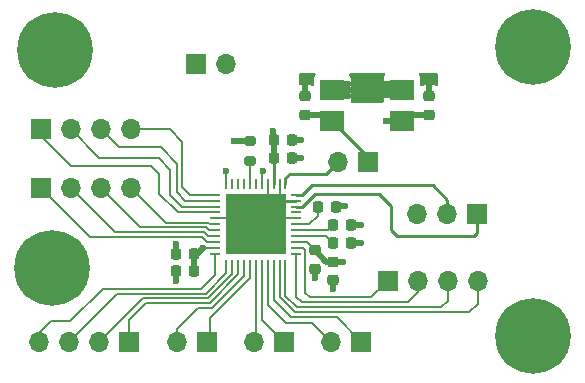
<source format=gbr>
%TF.GenerationSoftware,KiCad,Pcbnew,(6.0.0)*%
%TF.CreationDate,2022-03-17T17:23:03-06:00*%
%TF.ProjectId,FPAA_Starter_Board,46504141-5f53-4746-9172-7465725f426f,rev?*%
%TF.SameCoordinates,Original*%
%TF.FileFunction,Copper,L1,Top*%
%TF.FilePolarity,Positive*%
%FSLAX46Y46*%
G04 Gerber Fmt 4.6, Leading zero omitted, Abs format (unit mm)*
G04 Created by KiCad (PCBNEW (6.0.0)) date 2022-03-17 17:23:03*
%MOMM*%
%LPD*%
G01*
G04 APERTURE LIST*
G04 Aperture macros list*
%AMRoundRect*
0 Rectangle with rounded corners*
0 $1 Rounding radius*
0 $2 $3 $4 $5 $6 $7 $8 $9 X,Y pos of 4 corners*
0 Add a 4 corners polygon primitive as box body*
4,1,4,$2,$3,$4,$5,$6,$7,$8,$9,$2,$3,0*
0 Add four circle primitives for the rounded corners*
1,1,$1+$1,$2,$3*
1,1,$1+$1,$4,$5*
1,1,$1+$1,$6,$7*
1,1,$1+$1,$8,$9*
0 Add four rect primitives between the rounded corners*
20,1,$1+$1,$2,$3,$4,$5,0*
20,1,$1+$1,$4,$5,$6,$7,0*
20,1,$1+$1,$6,$7,$8,$9,0*
20,1,$1+$1,$8,$9,$2,$3,0*%
G04 Aperture macros list end*
%TA.AperFunction,SMDPad,CuDef*%
%ADD10RoundRect,0.225000X-0.225000X-0.250000X0.225000X-0.250000X0.225000X0.250000X-0.225000X0.250000X0*%
%TD*%
%TA.AperFunction,ComponentPad*%
%ADD11R,1.700000X1.700000*%
%TD*%
%TA.AperFunction,ComponentPad*%
%ADD12O,1.700000X1.700000*%
%TD*%
%TA.AperFunction,ComponentPad*%
%ADD13C,0.800000*%
%TD*%
%TA.AperFunction,ComponentPad*%
%ADD14C,6.400000*%
%TD*%
%TA.AperFunction,SMDPad,CuDef*%
%ADD15RoundRect,0.225000X-0.250000X0.225000X-0.250000X-0.225000X0.250000X-0.225000X0.250000X0.225000X0*%
%TD*%
%TA.AperFunction,SMDPad,CuDef*%
%ADD16RoundRect,0.225000X0.225000X0.250000X-0.225000X0.250000X-0.225000X-0.250000X0.225000X-0.250000X0*%
%TD*%
%TA.AperFunction,SMDPad,CuDef*%
%ADD17RoundRect,0.225000X0.250000X-0.225000X0.250000X0.225000X-0.250000X0.225000X-0.250000X-0.225000X0*%
%TD*%
%TA.AperFunction,SMDPad,CuDef*%
%ADD18R,2.100000X1.700000*%
%TD*%
%TA.AperFunction,SMDPad,CuDef*%
%ADD19RoundRect,0.200000X-0.275000X0.200000X-0.275000X-0.200000X0.275000X-0.200000X0.275000X0.200000X0*%
%TD*%
%TA.AperFunction,SMDPad,CuDef*%
%ADD20RoundRect,0.062500X-0.375000X-0.062500X0.375000X-0.062500X0.375000X0.062500X-0.375000X0.062500X0*%
%TD*%
%TA.AperFunction,SMDPad,CuDef*%
%ADD21RoundRect,0.062500X-0.062500X-0.375000X0.062500X-0.375000X0.062500X0.375000X-0.062500X0.375000X0*%
%TD*%
%TA.AperFunction,SMDPad,CuDef*%
%ADD22R,5.150000X5.150000*%
%TD*%
%TA.AperFunction,ViaPad*%
%ADD23C,0.600000*%
%TD*%
%TA.AperFunction,Conductor*%
%ADD24C,0.254000*%
%TD*%
%TA.AperFunction,Conductor*%
%ADD25C,0.203200*%
%TD*%
%TA.AperFunction,Conductor*%
%ADD26C,0.508000*%
%TD*%
G04 APERTURE END LIST*
D10*
%TO.P,C1,1*%
%TO.N,/VREFN*%
X128275000Y-106550000D03*
%TO.P,C1,2*%
%TO.N,GND*%
X129825000Y-106550000D03*
%TD*%
D11*
%TO.P,J10,1,Pin_1*%
%TO.N,Net-(C11-Pad1)*%
X132500000Y-102750000D03*
D12*
%TO.P,J10,2,Pin_2*%
%TO.N,/ACLK*%
X129960000Y-102750000D03*
%TD*%
D13*
%TO.P,H3,1,1*%
%TO.N,unconnected-(H3-Pad1)*%
X148197056Y-91302944D03*
X144802944Y-94697056D03*
D14*
X146500000Y-93000000D03*
D13*
X144802944Y-91302944D03*
X146500000Y-90600000D03*
X148197056Y-94697056D03*
X144100000Y-93000000D03*
X148900000Y-93000000D03*
X146500000Y-95400000D03*
%TD*%
D15*
%TO.P,C8,1*%
%TO.N,+3V3*%
X128050000Y-110250000D03*
%TO.P,C8,2*%
%TO.N,GND*%
X128050000Y-111800000D03*
%TD*%
D11*
%TO.P,J4,1,Pin_1*%
%TO.N,/I2P*%
X104880000Y-105000000D03*
D12*
%TO.P,J4,2,Pin_2*%
%TO.N,/I2N*%
X107420000Y-105000000D03*
%TO.P,J4,3,Pin_3*%
%TO.N,/O2N*%
X109960000Y-105000000D03*
%TO.P,J4,4,Pin_4*%
%TO.N,/O2P*%
X112500000Y-105000000D03*
%TD*%
D13*
%TO.P,H2,1,1*%
%TO.N,unconnected-(H2-Pad1)*%
X103600000Y-93250000D03*
X104302944Y-94947056D03*
X106000000Y-95650000D03*
X107697056Y-91552944D03*
X107697056Y-94947056D03*
X106000000Y-90850000D03*
D14*
X106000000Y-93250000D03*
D13*
X104302944Y-91552944D03*
X108400000Y-93250000D03*
%TD*%
D11*
%TO.P,J5,1,Pin_1*%
%TO.N,/IO5N*%
X118860000Y-118010000D03*
D12*
%TO.P,J5,2,Pin_2*%
%TO.N,/IO5P*%
X116320000Y-118010000D03*
%TD*%
D11*
%TO.P,J1,1,Pin_1*%
%TO.N,GND*%
X117960000Y-94500000D03*
D12*
%TO.P,J1,2,Pin_2*%
%TO.N,+3V3*%
X120500000Y-94500000D03*
%TD*%
D10*
%TO.P,C3,1*%
%TO.N,/VREFP*%
X129575000Y-109625000D03*
%TO.P,C3,2*%
%TO.N,GND*%
X131125000Y-109625000D03*
%TD*%
D13*
%TO.P,H4,1,1*%
%TO.N,unconnected-(H4-Pad1)*%
X148900000Y-117500000D03*
X146500000Y-115100000D03*
D14*
X146500000Y-117500000D03*
D13*
X144802944Y-119197056D03*
X146500000Y-119900000D03*
X144802944Y-115802944D03*
X148197056Y-115802944D03*
X144100000Y-117500000D03*
X148197056Y-119197056D03*
%TD*%
D11*
%TO.P,J9,1,Pin_1*%
%TO.N,/IO7N*%
X131950000Y-118010000D03*
D12*
%TO.P,J9,2,Pin_2*%
%TO.N,/IO7P*%
X129410000Y-118010000D03*
%TD*%
D11*
%TO.P,J7,1,Pin_1*%
%TO.N,/O3P*%
X112300000Y-118000000D03*
D12*
%TO.P,J7,2,Pin_2*%
%TO.N,/O3N*%
X109760000Y-118000000D03*
%TO.P,J7,3,Pin_3*%
%TO.N,/I3N*%
X107220000Y-118000000D03*
%TO.P,J7,4,Pin_4*%
%TO.N,/I3P*%
X104680000Y-118000000D03*
%TD*%
D11*
%TO.P,J2,1,Pin_1*%
%TO.N,/SELb*%
X141750000Y-107200000D03*
D12*
%TO.P,J2,2,Pin_2*%
%TO.N,/SCLK*%
X139210000Y-107200000D03*
%TO.P,J2,3,Pin_3*%
%TO.N,/MOSI*%
X136670000Y-107200000D03*
%TD*%
D15*
%TO.P,C9,1*%
%TO.N,+3V3*%
X129575000Y-111200000D03*
%TO.P,C9,2*%
%TO.N,GND*%
X129575000Y-112750000D03*
%TD*%
D16*
%TO.P,C7,1*%
%TO.N,+3V3*%
X117800000Y-112010000D03*
%TO.P,C7,2*%
%TO.N,GND*%
X116250000Y-112010000D03*
%TD*%
D10*
%TO.P,C4,1*%
%TO.N,+3V3*%
X124535000Y-102460000D03*
%TO.P,C4,2*%
%TO.N,GND*%
X126085000Y-102460000D03*
%TD*%
D16*
%TO.P,C6,1*%
%TO.N,+3V3*%
X117800000Y-110510000D03*
%TO.P,C6,2*%
%TO.N,GND*%
X116250000Y-110510000D03*
%TD*%
D10*
%TO.P,C5,1*%
%TO.N,+3V3*%
X124535000Y-100910000D03*
%TO.P,C5,2*%
%TO.N,GND*%
X126085000Y-100910000D03*
%TD*%
D17*
%TO.P,C10,1*%
%TO.N,+3V3*%
X137700000Y-98750000D03*
%TO.P,C10,2*%
%TO.N,GND*%
X137700000Y-97200000D03*
%TD*%
D18*
%TO.P,Y1,1,1*%
%TO.N,GND*%
X135400000Y-96625000D03*
%TO.P,Y1,2,2*%
X129500000Y-96625000D03*
%TO.P,Y1,3,3*%
%TO.N,Net-(C11-Pad1)*%
X129500000Y-99325000D03*
%TO.P,Y1,4,4*%
%TO.N,+3V3*%
X135400000Y-99325000D03*
%TD*%
D10*
%TO.P,C2,1*%
%TO.N,/VMR*%
X129575000Y-108100000D03*
%TO.P,C2,2*%
%TO.N,GND*%
X131125000Y-108100000D03*
%TD*%
D19*
%TO.P,R1,1*%
%TO.N,+3V3*%
X122500000Y-101000000D03*
%TO.P,R1,2*%
%TO.N,Net-(R1-Pad2)*%
X122500000Y-102650000D03*
%TD*%
D17*
%TO.P,C11,1*%
%TO.N,Net-(C11-Pad1)*%
X127200000Y-98750000D03*
%TO.P,C11,2*%
%TO.N,GND*%
X127200000Y-97200000D03*
%TD*%
D11*
%TO.P,J8,1,Pin_1*%
%TO.N,/I4P*%
X134200000Y-112800000D03*
D12*
%TO.P,J8,2,Pin_2*%
%TO.N,/I4N*%
X136740000Y-112800000D03*
%TO.P,J8,3,Pin_3*%
%TO.N,/O4N*%
X139280000Y-112800000D03*
%TO.P,J8,4,Pin_4*%
%TO.N,/O4P*%
X141820000Y-112800000D03*
%TD*%
D14*
%TO.P,H1,1,1*%
%TO.N,unconnected-(H1-Pad1)*%
X105750000Y-111750000D03*
D13*
X105750000Y-114150000D03*
X104052944Y-110052944D03*
X107447056Y-113447056D03*
X103350000Y-111750000D03*
X105750000Y-109350000D03*
X108150000Y-111750000D03*
X107447056Y-110052944D03*
X104052944Y-113447056D03*
%TD*%
D11*
%TO.P,J6,1,Pin_1*%
%TO.N,/IO6N*%
X125390000Y-118020000D03*
D12*
%TO.P,J6,2,Pin_2*%
%TO.N,/IO6P*%
X122850000Y-118020000D03*
%TD*%
D20*
%TO.P,U1,1,I1P*%
%TO.N,/I1P*%
X119597500Y-105535000D03*
%TO.P,U1,2,I1N*%
%TO.N,/I1N*%
X119597500Y-106035000D03*
%TO.P,U1,3,O1N*%
%TO.N,/O1N*%
X119597500Y-106535000D03*
%TO.P,U1,4,O1P*%
%TO.N,/O1P*%
X119597500Y-107035000D03*
%TO.P,U1,5,AVSS*%
%TO.N,GND*%
X119597500Y-107535000D03*
%TO.P,U1,6,O2P*%
%TO.N,/O2P*%
X119597500Y-108035000D03*
%TO.P,U1,7,O2N*%
%TO.N,/O2N*%
X119597500Y-108535000D03*
%TO.P,U1,8,I2N*%
%TO.N,/I2N*%
X119597500Y-109035000D03*
%TO.P,U1,9,I2P*%
%TO.N,/I2P*%
X119597500Y-109535000D03*
%TO.P,U1,10,AVDD*%
%TO.N,+3V3*%
X119597500Y-110035000D03*
%TO.P,U1,11,I3P*%
%TO.N,/I3P*%
X119597500Y-110535000D03*
D21*
%TO.P,U1,12,I3N*%
%TO.N,/I3N*%
X120535000Y-111472500D03*
%TO.P,U1,13,O3N*%
%TO.N,/O3N*%
X121035000Y-111472500D03*
%TO.P,U1,14,O3P*%
%TO.N,/O3P*%
X121535000Y-111472500D03*
%TO.P,U1,15,IO5P*%
%TO.N,/IO5P*%
X122035000Y-111472500D03*
%TO.P,U1,16,IO5N*%
%TO.N,/IO5N*%
X122535000Y-111472500D03*
%TO.P,U1,17,IO6P*%
%TO.N,/IO6P*%
X123035000Y-111472500D03*
%TO.P,U1,18,IO6N*%
%TO.N,/IO6N*%
X123535000Y-111472500D03*
%TO.P,U1,19,IO7P*%
%TO.N,/IO7P*%
X124035000Y-111472500D03*
%TO.P,U1,20,IO7N*%
%TO.N,/IO7N*%
X124535000Y-111472500D03*
%TO.P,U1,21,O4P*%
%TO.N,/O4P*%
X125035000Y-111472500D03*
%TO.P,U1,22,O4N*%
%TO.N,/O4N*%
X125535000Y-111472500D03*
D20*
%TO.P,U1,23,I4N*%
%TO.N,/I4N*%
X126472500Y-110535000D03*
%TO.P,U1,24,I4P*%
%TO.N,/I4P*%
X126472500Y-110035000D03*
%TO.P,U1,25,BVDD*%
%TO.N,+3V3*%
X126472500Y-109535000D03*
%TO.P,U1,26,VREFP*%
%TO.N,/VREFP*%
X126472500Y-109035000D03*
%TO.P,U1,27,VMR*%
%TO.N,/VMR*%
X126472500Y-108535000D03*
%TO.P,U1,28,VREFN*%
%TO.N,/VREFN*%
X126472500Y-108035000D03*
%TO.P,U1,29,BVSS*%
%TO.N,GND*%
X126472500Y-107535000D03*
%TO.P,U1,30,CFGFLGGb*%
%TO.N,unconnected-(U1-Pad30)*%
X126472500Y-107035000D03*
%TO.P,U1,31,CS2b*%
%TO.N,/SELb*%
X126472500Y-106535000D03*
%TO.P,U1,32,CS1b*%
%TO.N,GND*%
X126472500Y-106035000D03*
%TO.P,U1,33,SCLK*%
%TO.N,/SCLK*%
X126472500Y-105535000D03*
D21*
%TO.P,U1,34,ACLK*%
%TO.N,/ACLK*%
X125535000Y-104597500D03*
%TO.P,U1,35,MODE*%
%TO.N,GND*%
X125035000Y-104597500D03*
%TO.P,U1,36,DVDD*%
%TO.N,+3V3*%
X124535000Y-104597500D03*
%TO.P,U1,37,DVSS*%
%TO.N,GND*%
X124035000Y-104597500D03*
%TO.P,U1,38,SI*%
%TO.N,/MOSI*%
X123535000Y-104597500D03*
%TO.P,U1,39,LCCb*%
%TO.N,unconnected-(U1-Pad39)*%
X123035000Y-104597500D03*
%TO.P,U1,40,ERRb*%
%TO.N,Net-(R1-Pad2)*%
X122535000Y-104597500D03*
%TO.P,U1,41,ACTIVATE*%
%TO.N,unconnected-(U1-Pad41)*%
X122035000Y-104597500D03*
%TO.P,U1,42,MEMCLK*%
%TO.N,unconnected-(U1-Pad42)*%
X121535000Y-104597500D03*
%TO.P,U1,43,SO*%
%TO.N,unconnected-(U1-Pad43)*%
X121035000Y-104597500D03*
%TO.P,U1,44,RESETb*%
%TO.N,+3V3*%
X120535000Y-104597500D03*
D22*
%TO.P,U1,45,GND*%
%TO.N,GND*%
X123035000Y-108035000D03*
%TD*%
D11*
%TO.P,J3,1,Pin_1*%
%TO.N,/O1P*%
X104830000Y-100000000D03*
D12*
%TO.P,J3,2,Pin_2*%
%TO.N,/O1N*%
X107370000Y-100000000D03*
%TO.P,J3,3,Pin_3*%
%TO.N,/I1N*%
X109910000Y-100000000D03*
%TO.P,J3,4,Pin_4*%
%TO.N,/I1P*%
X112450000Y-100000000D03*
%TD*%
D23*
%TO.N,GND*%
X125275000Y-107525000D03*
X125260000Y-106035000D03*
X116275000Y-109710000D03*
X129575000Y-113525000D03*
X116240000Y-112800000D03*
X134025000Y-96200000D03*
X124050000Y-105775000D03*
X131925000Y-109625000D03*
X130875000Y-96200000D03*
X130875000Y-97150000D03*
X127225000Y-96425000D03*
X126860000Y-100910000D03*
X134025000Y-97050000D03*
X130600000Y-106525000D03*
X131900000Y-108100000D03*
X120825000Y-107525000D03*
X137700000Y-96425000D03*
X126860000Y-102460000D03*
X128050000Y-112575000D03*
%TO.N,+3V3*%
X130375000Y-111200000D03*
X121200000Y-101000000D03*
X124525000Y-100100000D03*
X134025000Y-99325000D03*
X118560000Y-110030000D03*
X120525000Y-103550000D03*
%TO.N,/MOSI*%
X123620000Y-103520000D03*
%TD*%
D24*
%TO.N,/SELb*%
X141750000Y-108750000D02*
X141750000Y-107200000D01*
X135000000Y-109000000D02*
X141500000Y-109000000D01*
X134500000Y-108500000D02*
X135000000Y-109000000D01*
X141500000Y-109000000D02*
X141750000Y-108750000D01*
X134500000Y-106500000D02*
X134500000Y-108500000D01*
X133500000Y-105500000D02*
X134500000Y-106500000D01*
X128000000Y-105500000D02*
X133500000Y-105500000D01*
X126965000Y-106535000D02*
X128000000Y-105500000D01*
X126472500Y-106535000D02*
X126965000Y-106535000D01*
%TO.N,/SCLK*%
X139210000Y-105960000D02*
X139210000Y-107200000D01*
X138000000Y-104750000D02*
X139210000Y-105960000D01*
X127750000Y-104750000D02*
X138000000Y-104750000D01*
X126965000Y-105535000D02*
X127750000Y-104750000D01*
X126472500Y-105535000D02*
X126965000Y-105535000D01*
%TO.N,Net-(C11-Pad1)*%
X132500000Y-102325000D02*
X129500000Y-99325000D01*
X132500000Y-102750000D02*
X132500000Y-102325000D01*
%TO.N,/ACLK*%
X128960000Y-103750000D02*
X129960000Y-102750000D01*
X125900000Y-103750000D02*
X128960000Y-103750000D01*
D25*
%TO.N,/VREFN*%
X128275000Y-107300000D02*
X128275000Y-106550000D01*
X127540000Y-108035000D02*
X128275000Y-107300000D01*
X126472500Y-108035000D02*
X127540000Y-108035000D01*
D26*
%TO.N,GND*%
X130025000Y-97150000D02*
X129500000Y-96625000D01*
D25*
X125035000Y-104597500D02*
X125035000Y-105810000D01*
D26*
X128050000Y-112575000D02*
X128050000Y-111800000D01*
X134975000Y-97050000D02*
X135387500Y-96637500D01*
X116240000Y-112800000D02*
X116240000Y-112020000D01*
X131125000Y-109625000D02*
X131925000Y-109625000D01*
X131125000Y-108100000D02*
X131900000Y-108100000D01*
D25*
X120815000Y-107535000D02*
X120825000Y-107525000D01*
D26*
X127225000Y-97175000D02*
X127200000Y-97200000D01*
D24*
X126472500Y-106035000D02*
X125260000Y-106035000D01*
D26*
X116275000Y-110485000D02*
X116250000Y-110510000D01*
D25*
X124035000Y-104597500D02*
X124035000Y-105760000D01*
D26*
X134025000Y-96200000D02*
X134975000Y-96200000D01*
X130875000Y-97150000D02*
X130025000Y-97150000D01*
X126085000Y-100910000D02*
X126860000Y-100910000D01*
X126085000Y-102460000D02*
X126860000Y-102460000D01*
X134025000Y-97050000D02*
X134975000Y-97050000D01*
D25*
X125285000Y-107535000D02*
X125275000Y-107525000D01*
D26*
X116275000Y-109710000D02*
X116275000Y-110485000D01*
X130875000Y-96200000D02*
X129925000Y-96200000D01*
D25*
X125035000Y-105810000D02*
X125260000Y-106035000D01*
D26*
X129850000Y-106525000D02*
X130600000Y-106525000D01*
X137700000Y-97200000D02*
X137700000Y-96425000D01*
D25*
X126472500Y-107535000D02*
X125285000Y-107535000D01*
D26*
X129825000Y-106550000D02*
X129850000Y-106525000D01*
D24*
X124310000Y-105935000D02*
X124035000Y-105660000D01*
D25*
X124035000Y-105760000D02*
X124050000Y-105775000D01*
D26*
X129575000Y-112750000D02*
X129575000Y-113525000D01*
X135387500Y-96637500D02*
X135400000Y-96625000D01*
D25*
X119597500Y-107535000D02*
X120815000Y-107535000D01*
D26*
X116240000Y-112020000D02*
X116250000Y-112010000D01*
X134975000Y-96200000D02*
X135400000Y-96625000D01*
X129500000Y-96625000D02*
X129950000Y-96175000D01*
X127225000Y-96425000D02*
X127225000Y-97175000D01*
D25*
%TO.N,/VMR*%
X129140000Y-108535000D02*
X129575000Y-108100000D01*
X126472500Y-108535000D02*
X129140000Y-108535000D01*
%TO.N,/VREFP*%
X128985000Y-109035000D02*
X129575000Y-109625000D01*
X126472500Y-109035000D02*
X128985000Y-109035000D01*
D26*
%TO.N,+3V3*%
X117800000Y-112010000D02*
X117800000Y-110510000D01*
D25*
X119597500Y-110035000D02*
X118565000Y-110035000D01*
D26*
X117800000Y-110510000D02*
X118080000Y-110510000D01*
D25*
X118565000Y-110035000D02*
X118560000Y-110030000D01*
D26*
X121200000Y-101000000D02*
X122500000Y-101000000D01*
X135400000Y-99325000D02*
X134025000Y-99325000D01*
X124525000Y-100900000D02*
X124535000Y-100910000D01*
D25*
X126472500Y-109535000D02*
X127335000Y-109535000D01*
D26*
X124535000Y-100910000D02*
X124535000Y-102460000D01*
D25*
X120535000Y-103560000D02*
X120525000Y-103550000D01*
D26*
X137700000Y-98750000D02*
X135975000Y-98750000D01*
D25*
X127335000Y-109535000D02*
X128050000Y-110250000D01*
D24*
X124535000Y-104597500D02*
X124535000Y-102460000D01*
D26*
X130375000Y-111200000D02*
X129575000Y-111200000D01*
X124525000Y-100100000D02*
X124525000Y-100900000D01*
X118080000Y-110510000D02*
X118560000Y-110030000D01*
D25*
X120535000Y-104597500D02*
X120535000Y-103560000D01*
D26*
X129000000Y-111200000D02*
X128050000Y-110250000D01*
X129575000Y-111200000D02*
X129000000Y-111200000D01*
X135975000Y-98750000D02*
X135400000Y-99325000D01*
D25*
%TO.N,/MOSI*%
X123535000Y-103605000D02*
X123620000Y-103520000D01*
X123535000Y-104597500D02*
X123535000Y-103605000D01*
%TO.N,/O1P*%
X119597500Y-107035000D02*
X116425000Y-107035000D01*
X116425000Y-107035000D02*
X114850000Y-105460000D01*
X114125000Y-103075000D02*
X107350000Y-103075000D01*
X107350000Y-103075000D02*
X104830000Y-100555000D01*
X104830000Y-100555000D02*
X104830000Y-100000000D01*
X114850000Y-105460000D02*
X114850000Y-103800000D01*
X114850000Y-103800000D02*
X114125000Y-103075000D01*
%TO.N,/O1N*%
X119597500Y-106535000D02*
X116755000Y-106535000D01*
X114800000Y-102400000D02*
X109770000Y-102400000D01*
X115800000Y-103400000D02*
X114800000Y-102400000D01*
X116755000Y-106535000D02*
X115800000Y-105580000D01*
X115800000Y-105580000D02*
X115800000Y-103400000D01*
X109770000Y-102400000D02*
X107370000Y-100000000D01*
%TO.N,/I1N*%
X116350000Y-102900000D02*
X114975000Y-101525000D01*
X117065000Y-106035000D02*
X116350000Y-105320000D01*
X119597500Y-106035000D02*
X117065000Y-106035000D01*
X111435000Y-101525000D02*
X109910000Y-100000000D01*
X116350000Y-105320000D02*
X116350000Y-102900000D01*
X114975000Y-101525000D02*
X111435000Y-101525000D01*
%TO.N,/I1P*%
X117475000Y-105535000D02*
X116810000Y-104870000D01*
X115725000Y-100000000D02*
X112450000Y-100000000D01*
X116810000Y-101085000D02*
X115725000Y-100000000D01*
X119597500Y-105535000D02*
X117475000Y-105535000D01*
X116810000Y-104870000D02*
X116810000Y-101085000D01*
%TO.N,/I2P*%
X115570000Y-109110000D02*
X108990000Y-109110000D01*
X115571111Y-109108889D02*
X115570000Y-109110000D01*
X119597500Y-109535000D02*
X118915100Y-109535000D01*
X118915100Y-109535000D02*
X118488989Y-109108889D01*
X118488989Y-109108889D02*
X115571111Y-109108889D01*
X108990000Y-109110000D02*
X104880000Y-105000000D01*
%TO.N,/I2N*%
X118984632Y-109035000D02*
X118655801Y-108706169D01*
X111126169Y-108706169D02*
X107420000Y-105000000D01*
X118655801Y-108706169D02*
X111126169Y-108706169D01*
X119597500Y-109035000D02*
X118984632Y-109035000D01*
%TO.N,/O2N*%
X113263449Y-108303449D02*
X109960000Y-105000000D01*
X119597500Y-108535000D02*
X119054164Y-108535000D01*
X118822613Y-108303449D02*
X113263449Y-108303449D01*
X119054164Y-108535000D02*
X118822613Y-108303449D01*
%TO.N,/O2P*%
X118989425Y-107900729D02*
X115400729Y-107900729D01*
X119597500Y-108035000D02*
X119123696Y-108035000D01*
X115400729Y-107900729D02*
X112500000Y-105000000D01*
X119123696Y-108035000D02*
X118989425Y-107900729D01*
%TO.N,/IO5N*%
X119150000Y-117720000D02*
X118860000Y-118010000D01*
X122535000Y-112590000D02*
X119150000Y-115975000D01*
X122535000Y-111472500D02*
X122535000Y-112590000D01*
X119150000Y-115975000D02*
X119150000Y-117720000D01*
%TO.N,/IO5P*%
X122035000Y-112440000D02*
X122035000Y-111472500D01*
X116320000Y-118010000D02*
X116320000Y-116905000D01*
X118100000Y-115125000D02*
X119350000Y-115125000D01*
X119350000Y-115125000D02*
X122035000Y-112440000D01*
X116320000Y-116905000D02*
X118100000Y-115125000D01*
%TO.N,/IO6N*%
X123535000Y-116165000D02*
X125390000Y-118020000D01*
X123535000Y-111472500D02*
X123535000Y-116165000D01*
%TO.N,/IO6P*%
X123035000Y-111472500D02*
X123035000Y-117835000D01*
X123035000Y-117835000D02*
X122850000Y-118020000D01*
%TO.N,/O3P*%
X112300000Y-116140000D02*
X112300000Y-118000000D01*
X121535000Y-112284532D02*
X119111399Y-114708133D01*
X119111399Y-114708133D02*
X113731867Y-114708133D01*
X113731867Y-114708133D02*
X112300000Y-116140000D01*
X121535000Y-111472500D02*
X121535000Y-112284532D01*
%TO.N,/O3N*%
X118944578Y-114305422D02*
X121035000Y-112215000D01*
X113454578Y-114305422D02*
X118944578Y-114305422D01*
X109760000Y-118000000D02*
X113454578Y-114305422D01*
X121035000Y-112215000D02*
X121035000Y-111472500D01*
%TO.N,/I3N*%
X120535000Y-112145468D02*
X120535000Y-111472500D01*
X118777757Y-113902711D02*
X120535000Y-112145468D01*
X107220000Y-118000000D02*
X111317289Y-113902711D01*
X111317289Y-113902711D02*
X118777757Y-113902711D01*
%TO.N,/I3P*%
X119597500Y-112302500D02*
X118400000Y-113500000D01*
X105650000Y-116250000D02*
X104680000Y-117220000D01*
X118400000Y-113500000D02*
X110075000Y-113500000D01*
X119597500Y-110535000D02*
X119597500Y-112302500D01*
X110075000Y-113500000D02*
X107325000Y-116250000D01*
X104680000Y-117220000D02*
X104680000Y-118000000D01*
X107325000Y-116250000D02*
X105650000Y-116250000D01*
%TO.N,/I4P*%
X127010000Y-110035000D02*
X127225000Y-110250000D01*
X127600000Y-114225000D02*
X132775000Y-114225000D01*
X127225000Y-110250000D02*
X127225000Y-113850000D01*
X127225000Y-113850000D02*
X127600000Y-114225000D01*
X132775000Y-114225000D02*
X134200000Y-112800000D01*
X126472500Y-110035000D02*
X127010000Y-110035000D01*
%TO.N,/I4N*%
X126472500Y-114172500D02*
X126950000Y-114650000D01*
X135900000Y-114650000D02*
X136740000Y-113810000D01*
X126950000Y-114650000D02*
X135900000Y-114650000D01*
X136740000Y-113810000D02*
X136740000Y-112800000D01*
X126472500Y-110535000D02*
X126472500Y-114172500D01*
%TO.N,/O4N*%
X139280000Y-114545000D02*
X139280000Y-112800000D01*
X125535000Y-114085000D02*
X126525000Y-115075000D01*
X125535000Y-111472500D02*
X125535000Y-114085000D01*
X126525000Y-115075000D02*
X138750000Y-115075000D01*
X138750000Y-115075000D02*
X139280000Y-114545000D01*
%TO.N,/O4P*%
X125035000Y-111472500D02*
X125035000Y-114160000D01*
X126375000Y-115500000D02*
X141100000Y-115500000D01*
X125035000Y-114160000D02*
X126375000Y-115500000D01*
X141100000Y-115500000D02*
X141820000Y-114780000D01*
X141820000Y-114780000D02*
X141820000Y-112800000D01*
%TO.N,/IO7N*%
X129865000Y-115925000D02*
X131950000Y-118010000D01*
X124535000Y-114435000D02*
X126025000Y-115925000D01*
X126025000Y-115925000D02*
X129865000Y-115925000D01*
X124535000Y-111472500D02*
X124535000Y-114435000D01*
%TO.N,/IO7P*%
X124035000Y-114860000D02*
X125600000Y-116425000D01*
X125600000Y-116425000D02*
X127825000Y-116425000D01*
X127825000Y-116425000D02*
X129410000Y-118010000D01*
X124035000Y-111472500D02*
X124035000Y-114860000D01*
%TO.N,Net-(R1-Pad2)*%
X122535000Y-102685000D02*
X122500000Y-102650000D01*
X122535000Y-104597500D02*
X122535000Y-102685000D01*
D24*
%TO.N,/ACLK*%
X125535000Y-104115000D02*
X125900000Y-103750000D01*
D26*
%TO.N,Net-(C11-Pad1)*%
X128925000Y-98750000D02*
X129500000Y-99325000D01*
D24*
%TO.N,/ACLK*%
X125535000Y-104597500D02*
X125535000Y-104115000D01*
D26*
%TO.N,Net-(C11-Pad1)*%
X127200000Y-98750000D02*
X128925000Y-98750000D01*
%TD*%
%TA.AperFunction,Conductor*%
%TO.N,GND*%
G36*
X133943547Y-95245002D02*
G01*
X133990040Y-95298658D01*
X134000144Y-95368932D01*
X133976252Y-95426565D01*
X133905214Y-95521351D01*
X133896676Y-95536946D01*
X133851522Y-95657394D01*
X133847895Y-95672649D01*
X133842369Y-95723514D01*
X133842000Y-95730328D01*
X133842000Y-96352885D01*
X133846475Y-96368124D01*
X133847865Y-96369329D01*
X133855548Y-96371000D01*
X135528000Y-96371000D01*
X135596121Y-96391002D01*
X135642614Y-96444658D01*
X135654000Y-96497000D01*
X135654000Y-96753000D01*
X135633998Y-96821121D01*
X135580342Y-96867614D01*
X135528000Y-96879000D01*
X133860116Y-96879000D01*
X133844877Y-96883475D01*
X133843672Y-96884865D01*
X133842001Y-96892548D01*
X133842001Y-97519669D01*
X133842371Y-97526490D01*
X133848748Y-97585207D01*
X133845262Y-97585586D01*
X133842474Y-97640574D01*
X133801115Y-97698280D01*
X133735123Y-97724466D01*
X133723530Y-97725000D01*
X131176471Y-97725000D01*
X131108350Y-97704998D01*
X131061857Y-97651342D01*
X131052365Y-97585328D01*
X131051252Y-97585207D01*
X131057631Y-97526486D01*
X131058000Y-97519672D01*
X131058000Y-96897115D01*
X131053525Y-96881876D01*
X131052135Y-96880671D01*
X131044452Y-96879000D01*
X129372000Y-96879000D01*
X129303879Y-96858998D01*
X129257386Y-96805342D01*
X129246000Y-96753000D01*
X129246000Y-96497000D01*
X129266002Y-96428879D01*
X129319658Y-96382386D01*
X129372000Y-96371000D01*
X131039884Y-96371000D01*
X131055123Y-96366525D01*
X131056328Y-96365135D01*
X131057999Y-96357452D01*
X131057999Y-95730331D01*
X131057629Y-95723510D01*
X131052105Y-95672648D01*
X131048479Y-95657396D01*
X131003324Y-95536946D01*
X130994786Y-95521351D01*
X130923748Y-95426565D01*
X130898900Y-95360058D01*
X130913953Y-95290676D01*
X130964128Y-95240446D01*
X131024574Y-95225000D01*
X133875426Y-95225000D01*
X133943547Y-95245002D01*
G37*
%TD.AperFunction*%
%TA.AperFunction,Conductor*%
G36*
X128043547Y-95245002D02*
G01*
X128090040Y-95298658D01*
X128100144Y-95368932D01*
X128076252Y-95426565D01*
X128005214Y-95521351D01*
X127996676Y-95536946D01*
X127951522Y-95657394D01*
X127947895Y-95672649D01*
X127942369Y-95723514D01*
X127942000Y-95730328D01*
X127942000Y-96193296D01*
X127921998Y-96261417D01*
X127868342Y-96307910D01*
X127798068Y-96318014D01*
X127762752Y-96307492D01*
X127754940Y-96303849D01*
X127606186Y-96254509D01*
X127592810Y-96251642D01*
X127501903Y-96242328D01*
X127495486Y-96242000D01*
X127472115Y-96242000D01*
X127456876Y-96246475D01*
X127455671Y-96247865D01*
X127454000Y-96255548D01*
X127454000Y-97328000D01*
X127433998Y-97396121D01*
X127380342Y-97442614D01*
X127328000Y-97454000D01*
X127072000Y-97454000D01*
X127003879Y-97433998D01*
X126957386Y-97380342D01*
X126946000Y-97328000D01*
X126946000Y-96260115D01*
X126941525Y-96244876D01*
X126940135Y-96243671D01*
X126932452Y-96242000D01*
X126904562Y-96242000D01*
X126898048Y-96242337D01*
X126839005Y-96248464D01*
X126769184Y-96235600D01*
X126717401Y-96187030D01*
X126700000Y-96123137D01*
X126700000Y-95351000D01*
X126720002Y-95282879D01*
X126773658Y-95236386D01*
X126826000Y-95225000D01*
X127975426Y-95225000D01*
X128043547Y-95245002D01*
G37*
%TD.AperFunction*%
%TA.AperFunction,Conductor*%
G36*
X138392121Y-95245002D02*
G01*
X138438614Y-95298658D01*
X138450000Y-95351000D01*
X138450000Y-96197027D01*
X138429998Y-96265148D01*
X138376342Y-96311641D01*
X138306068Y-96321745D01*
X138270749Y-96311221D01*
X138254943Y-96303850D01*
X138106186Y-96254509D01*
X138092810Y-96251642D01*
X138001903Y-96242328D01*
X137995486Y-96242000D01*
X137972115Y-96242000D01*
X137956876Y-96246475D01*
X137955671Y-96247865D01*
X137954000Y-96255548D01*
X137954000Y-97328000D01*
X137933998Y-97396121D01*
X137880342Y-97442614D01*
X137828000Y-97454000D01*
X137572000Y-97454000D01*
X137503879Y-97433998D01*
X137457386Y-97380342D01*
X137446000Y-97328000D01*
X137446000Y-96260115D01*
X137441525Y-96244876D01*
X137440135Y-96243671D01*
X137432452Y-96242000D01*
X137404562Y-96242000D01*
X137398047Y-96242337D01*
X137305943Y-96251894D01*
X137292544Y-96254788D01*
X137143890Y-96304382D01*
X137137452Y-96307398D01*
X137067280Y-96318184D01*
X137002415Y-96289319D01*
X136963453Y-96229969D01*
X136957999Y-96193298D01*
X136957999Y-95730331D01*
X136957629Y-95723510D01*
X136952105Y-95672648D01*
X136948479Y-95657396D01*
X136903324Y-95536946D01*
X136894786Y-95521351D01*
X136823748Y-95426565D01*
X136798900Y-95360058D01*
X136813953Y-95290676D01*
X136864128Y-95240446D01*
X136924574Y-95225000D01*
X138324000Y-95225000D01*
X138392121Y-95245002D01*
G37*
%TD.AperFunction*%
%TD*%
M02*

</source>
